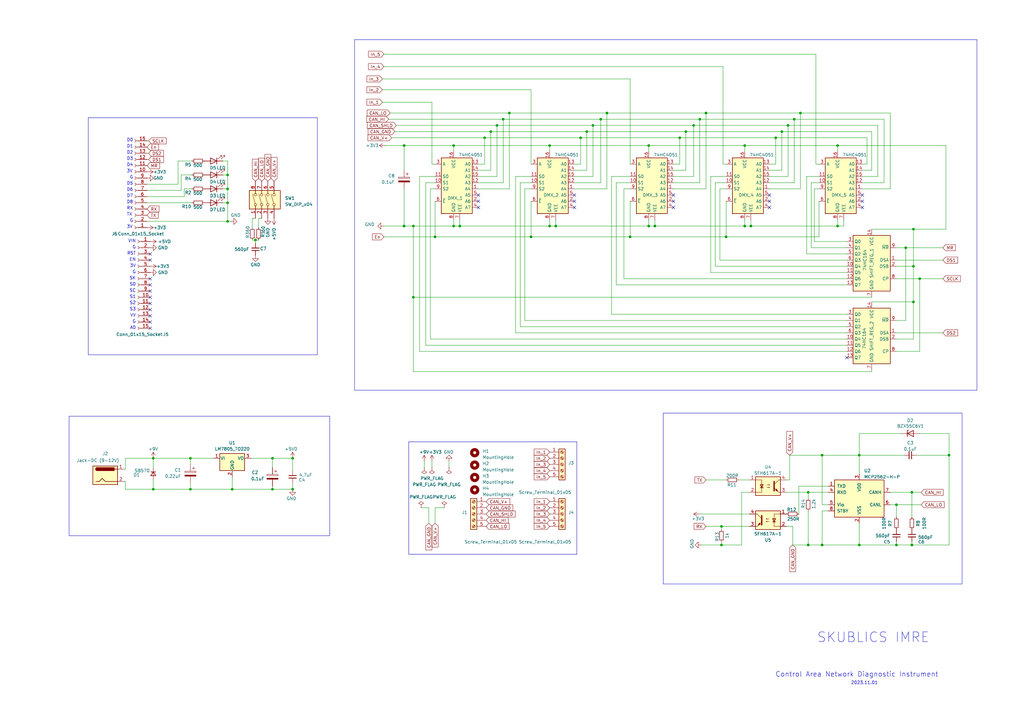
<source format=kicad_sch>
(kicad_sch (version 20230121) (generator eeschema)
  (paper "A3")
  (lib_symbols
    (symbol "74xx:74HC164"
      (property "Reference" "U" (at 1.905 -13.97 0))
      (property "Value" "74HC164" (at 1.905 -16.51 0))
      (symbol "74HC164_1_1"
        (pin input line (at -10.16 0 0) (length 2.54) (name "DSA") (number "1"))
        (pin output line (at 10.16 -2.54 180) (length 2.54) (name "Q4") (number "10"))
        (pin output line (at 10.16 -5.08 180) (length 2.54) (name "Q5") (number "11"))
        (pin output line (at 10.16 -7.62 180) (length 2.54) (name "Q6") (number "12"))
        (pin output line (at 10.16 -10.16 180) (length 2.54) (name "Q7") (number "13"))
        (pin power_in line (at 0 12.7 270) (length 2.54) (name "VCC") (number "14"))
        (pin input line (at -10.16 -2.54 0) (length 2.54) (name "DSB") (number "2"))
        (pin output line (at 10.16 7.62 180) (length 2.54) (name "Q0") (number "3"))
        (pin output line (at 10.16 5.08 180) (length 2.54) (name "Q1") (number "4"))
        (pin output line (at 10.16 2.54 180) (length 2.54) (name "Q2") (number "5"))
        (pin output line (at 10.16 0 180) (length 2.54) (name "Q3") (number "6"))
        (pin power_in line (at 0 -15.24 90) (length 2.54) (name "GND") (number "7"))
        (pin input line (at -10.16 -7.62 0) (length 2.54) (name "CP") (number "8"))
        (pin input line (at -10.16 5.08 0) (length 2.54) (name "~{MR}") (number "9"))
      )
    )
    (symbol "74xx:74HC4051"
      (property "Reference" "U" (at -5.08 11.43 0))
      (property "Value" "74HC4051" (at -7.62 -13.97 0))
      (symbol "74HC4051_1_1"
        (pin passive line (at 10.16 -2.54 180) (length 2.54) (name "A4") (number "1"))
        (pin input line (at -7.62 0 0) (length 2.54) (name "S1") (number "10"))
        (pin input line (at -7.62 2.54 0) (length 2.54) (name "S0") (number "11"))
        (pin passive line (at 10.16 0 180) (length 2.54) (name "A3") (number "12"))
        (pin passive line (at 10.16 7.62 180) (length 2.54) (name "A0") (number "13"))
        (pin passive line (at 10.16 5.08 180) (length 2.54) (name "A1") (number "14"))
        (pin passive line (at 10.16 2.54 180) (length 2.54) (name "A2") (number "15"))
        (pin power_in line (at 0 12.7 270) (length 2.54) (name "VCC") (number "16"))
        (pin passive line (at 10.16 -7.62 180) (length 2.54) (name "A6") (number "2"))
        (pin passive line (at -7.62 7.62 0) (length 2.54) (name "A") (number "3"))
        (pin passive line (at 10.16 -10.16 180) (length 2.54) (name "A7") (number "4"))
        (pin passive line (at 10.16 -5.08 180) (length 2.54) (name "A5") (number "5"))
        (pin input line (at -7.62 -7.62 0) (length 2.54) (name "~{E}") (number "6"))
        (pin power_in line (at 2.54 -15.24 90) (length 2.54) (name "VEE") (number "7"))
        (pin power_in line (at 0 -15.24 90) (length 2.54) (name "GND") (number "8"))
        (pin input line (at -7.62 -2.54 0) (length 2.54) (name "S2") (number "9"))
      )
    )
    (symbol "Connector:Conn_01x15_Socket" (pin_names (offset 1.016) hide)
      (property "Reference" "J" (at 0 20.32 0))
      (property "Value" "Conn_01x15_Socket" (at 0 -20.32 0))
      (symbol "Conn_01x15_Socket_1_1"
        (pin passive line (at -5.08 17.78 0) (length 3.81) (name "Pin_1") (number "1"))
        (pin passive line (at -5.08 -5.08 0) (length 3.81) (name "Pin_10") (number "10"))
        (pin passive line (at -5.08 -7.62 0) (length 3.81) (name "Pin_11") (number "11"))
        (pin passive line (at -5.08 -10.16 0) (length 3.81) (name "Pin_12") (number "12"))
        (pin passive line (at -5.08 -12.7 0) (length 3.81) (name "Pin_13") (number "13"))
        (pin passive line (at -5.08 -15.24 0) (length 3.81) (name "Pin_14") (number "14"))
        (pin passive line (at -5.08 -17.78 0) (length 3.81) (name "Pin_15") (number "15"))
        (pin passive line (at -5.08 15.24 0) (length 3.81) (name "Pin_2") (number "2"))
        (pin passive line (at -5.08 12.7 0) (length 3.81) (name "Pin_3") (number "3"))
        (pin passive line (at -5.08 10.16 0) (length 3.81) (name "Pin_4") (number "4"))
        (pin passive line (at -5.08 7.62 0) (length 3.81) (name "Pin_5") (number "5"))
        (pin passive line (at -5.08 5.08 0) (length 3.81) (name "Pin_6") (number "6"))
        (pin passive line (at -5.08 2.54 0) (length 3.81) (name "Pin_7") (number "7"))
        (pin passive line (at -5.08 0 0) (length 3.81) (name "Pin_8") (number "8"))
        (pin passive line (at -5.08 -2.54 0) (length 3.81) (name "Pin_9") (number "9"))
      )
    )
    (symbol "Connector:Jack-DC" (pin_names (offset 1.016))
      (property "Reference" "J" (at 0 5.334 0))
      (property "Value" "Jack-DC" (at 0 -5.08 0))
      (symbol "Jack-DC_1_1"
        (pin passive line (at 7.62 2.54 180) (length 2.54) (name "~") (number "1"))
        (pin passive line (at 7.62 -2.54 180) (length 2.54) (name "~") (number "2"))
      )
    )
    (symbol "Connector:Screw_Terminal_01x05" (pin_names (offset 1.016) hide)
      (property "Reference" "J" (at 0 7.62 0))
      (property "Value" "Screw_Terminal_01x05" (at 0 -7.62 0))
      (symbol "Screw_Terminal_01x05_1_1"
        (pin passive line (at -5.08 5.08 0) (length 3.81) (name "Pin_1") (number "1"))
        (pin passive line (at -5.08 2.54 0) (length 3.81) (name "Pin_2") (number "2"))
        (pin passive line (at -5.08 0 0) (length 3.81) (name "Pin_3") (number "3"))
        (pin passive line (at -5.08 -2.54 0) (length 3.81) (name "Pin_4") (number "4"))
        (pin passive line (at -5.08 -5.08 0) (length 3.81) (name "Pin_5") (number "5"))
      )
    )
    (symbol "Device:C_Polarized" (pin_numbers hide) (pin_names (offset 0.254))
      (property "Reference" "C" (at 0.635 2.54 0))
      (property "Value" "C_Polarized" (at 0.635 -2.54 0))
      (symbol "C_Polarized_1_1"
        (pin passive line (at 0 3.81 270) (length 2.794) (name "~") (number "1"))
        (pin passive line (at 0 -3.81 90) (length 2.794) (name "~") (number "2"))
      )
    )
    (symbol "Device:C_Small" (pin_numbers hide) (pin_names (offset 0.254) hide)
      (property "Reference" "C" (at 0.254 1.778 0))
      (property "Value" "C_Small" (at 0.254 -2.032 0))
      (symbol "C_Small_1_1"
        (pin passive line (at 0 2.54 270) (length 2.032) (name "~") (number "1"))
        (pin passive line (at 0 -2.54 90) (length 2.032) (name "~") (number "2"))
      )
    )
    (symbol "Device:D_Small" (pin_numbers hide) (pin_names (offset 0.254) hide)
      (property "Reference" "D" (at -1.27 2.032 0))
      (property "Value" "D_Small" (at -3.81 -2.032 0))
      (symbol "D_Small_1_1"
        (pin passive line (at -2.54 0 0) (length 1.778) (name "K") (number "1"))
        (pin passive line (at 2.54 0 180) (length 1.778) (name "A") (number "2"))
      )
    )
    (symbol "Device:D_Zener" (pin_numbers hide) (pin_names (offset 1.016) hide)
      (property "Reference" "D" (at 0 2.54 0))
      (property "Value" "D_Zener" (at 0 -2.54 0))
      (symbol "D_Zener_1_1"
        (pin passive line (at -3.81 0 0) (length 2.54) (name "K") (number "1"))
        (pin passive line (at 3.81 0 180) (length 2.54) (name "A") (number "2"))
      )
    )
    (symbol "Device:LED" (pin_numbers hide) (pin_names (offset 1.016) hide)
      (property "Reference" "D" (at 0 2.54 0))
      (property "Value" "LED" (at 0 -2.54 0))
      (symbol "LED_1_1"
        (pin passive line (at -3.81 0 0) (length 2.54) (name "K") (number "1"))
        (pin passive line (at 3.81 0 180) (length 2.54) (name "A") (number "2"))
      )
    )
    (symbol "Device:R_Small" (pin_numbers hide) (pin_names (offset 0.254) hide)
      (property "Reference" "R" (at 0.762 0.508 0))
      (property "Value" "R_Small" (at 0.762 -1.016 0))
      (symbol "R_Small_1_1"
        (pin passive line (at 0 2.54 270) (length 0.762) (name "~") (number "1"))
        (pin passive line (at 0 -2.54 90) (length 0.762) (name "~") (number "2"))
      )
    )
    (symbol "Interface_CAN_LIN:MCP2562-H-P" (pin_names (offset 1.016))
      (property "Reference" "U" (at -10.16 8.89 0))
      (property "Value" "MCP2562-H-P" (at 2.54 8.89 0))
      (symbol "MCP2562-H-P_1_1"
        (pin input line (at -12.7 5.08 0) (length 2.54) (name "TXD") (number "1"))
        (pin power_in line (at 0 -10.16 90) (length 2.54) (name "VSS") (number "2"))
        (pin power_in line (at 0 10.16 270) (length 2.54) (name "VDD") (number "3"))
        (pin output line (at -12.7 2.54 0) (length 2.54) (name "RXD") (number "4"))
        (pin power_in line (at -12.7 -2.54 0) (length 2.54) (name "Vio") (number "5"))
        (pin bidirectional line (at 12.7 -2.54 180) (length 2.54) (name "CANL") (number "6"))
        (pin bidirectional line (at 12.7 2.54 180) (length 2.54) (name "CANH") (number "7"))
        (pin input line (at -12.7 -5.08 0) (length 2.54) (name "STBY") (number "8"))
      )
    )
    (symbol "Isolator:SFH617A-1" (pin_names (offset 1.016))
      (property "Reference" "U" (at -5.08 5.08 0))
      (property "Value" "SFH617A-1" (at 0 5.08 0))
      (symbol "SFH617A-1_1_1"
        (pin passive line (at -7.62 2.54 0) (length 2.54) (name "~") (number "1"))
        (pin passive line (at -7.62 -2.54 0) (length 2.54) (name "~") (number "2"))
        (pin passive line (at 7.62 -2.54 180) (length 2.54) (name "~") (number "3"))
        (pin passive line (at 7.62 2.54 180) (length 2.54) (name "~") (number "4"))
      )
    )
    (symbol "Mechanical:MountingHole" (pin_names (offset 1.016))
      (property "Reference" "H" (at 0 5.08 0))
      (property "Value" "MountingHole" (at 0 3.175 0))
    )
    (symbol "Regulator_Linear:LM7805_TO220" (pin_names (offset 0.254))
      (property "Reference" "U" (at -3.81 3.175 0))
      (property "Value" "LM7805_TO220" (at 0 3.175 0))
      (symbol "LM7805_TO220_1_1"
        (pin power_in line (at -7.62 0 0) (length 2.54) (name "VI") (number "1"))
        (pin power_in line (at 0 -7.62 90) (length 2.54) (name "GND") (number "2"))
        (pin power_out line (at 7.62 0 180) (length 2.54) (name "VO") (number "3"))
      )
    )
    (symbol "Switch:SW_DIP_x04" (pin_names (offset 0) hide)
      (property "Reference" "SW" (at 0 8.89 0))
      (property "Value" "SW_DIP_x04" (at 0 -6.35 0))
      (symbol "SW_DIP_x04_1_1"
        (pin passive line (at -7.62 5.08 0) (length 5.08) (name "~") (number "1"))
        (pin passive line (at -7.62 2.54 0) (length 5.08) (name "~") (number "2"))
        (pin passive line (at -7.62 0 0) (length 5.08) (name "~") (number "3"))
        (pin passive line (at -7.62 -2.54 0) (length 5.08) (name "~") (number "4"))
        (pin passive line (at 7.62 -2.54 180) (length 5.08) (name "~") (number "5"))
        (pin passive line (at 7.62 0 180) (length 5.08) (name "~") (number "6"))
        (pin passive line (at 7.62 2.54 180) (length 5.08) (name "~") (number "7"))
        (pin passive line (at 7.62 5.08 180) (length 5.08) (name "~") (number "8"))
      )
    )
    (symbol "power:+3V3" (power) (pin_names (offset 0))
      (property "Value" "+3V3" (at 0 3.556 0))
      (symbol "+3V3_1_1"
        (pin power_in line (at 0 0 90) (length 0) hide (name "+3V3") (number "1"))
      )
    )
    (symbol "power:+5VD" (power) (pin_names (offset 0))
      (property "Value" "+5VD" (at 0 3.556 0))
      (symbol "+5VD_1_1"
        (pin power_in line (at 0 0 90) (length 0) hide (name "+5VD") (number "1"))
      )
    )
    (symbol "power:+9V" (power) (pin_names (offset 0))
      (property "Value" "+9V" (at 0 3.556 0))
      (symbol "+9V_1_1"
        (pin power_in line (at 0 0 90) (length 0) hide (name "+9V") (number "1"))
      )
    )
    (symbol "power:GND" (power) (pin_names (offset 0))
      (property "Value" "GND" (at 0 -3.81 0))
      (symbol "GND_1_1"
        (pin power_in line (at 0 0 270) (length 0) hide (name "GND") (number "1"))
      )
    )
    (symbol "power:PWR_FLAG" (power) (pin_numbers hide) (pin_names (offset 0) hide)
      (property "Value" "PWR_FLAG" (at 0 3.81 0))
      (symbol "PWR_FLAG_0_0"
        (pin power_out line (at 0 0 90) (length 0) (name "pwr") (number "1"))
      )
    )
  )
  (junction (at 188.595 92.71))
  (junction (at 165.735 92.71))
  (junction (at 78.105 187.96))
  (junction (at 374.015 201.93))
  (junction (at 389.255 186.69))
  (junction (at 367.665 207.01))
  (junction (at 374.65 123.825))
  (junction (at 318.135 56.515))
  (junction (at 287.02 48.895))
  (junction (at 374.015 223.52))
  (junction (at 243.205 51.435))
  (junction (at 278.765 56.515))
  (junction (at 323.215 51.435))
  (junction (at 343.535 59.69))
  (junction (at 217.805 97.155))
  (junction (at 352.425 223.52))
  (junction (at 352.425 186.69))
  (junction (at 337.185 223.52))
  (junction (at 208.915 46.355))
  (junction (at 305.435 92.71))
  (junction (at 111.76 187.96))
  (junction (at 281.305 53.975))
  (junction (at 165.735 59.69))
  (junction (at 225.425 92.71))
  (junction (at 331.47 223.52))
  (junction (at 169.545 121.92))
  (junction (at 186.055 59.69))
  (junction (at 246.38 48.895))
  (junction (at 95.25 200.66))
  (junction (at 320.675 53.975))
  (junction (at 297.815 97.155))
  (junction (at 120.015 200.66))
  (junction (at 268.605 92.71))
  (junction (at 258.445 97.155))
  (junction (at 305.435 59.69))
  (junction (at 93.345 71.755))
  (junction (at 374.65 109.22))
  (junction (at 266.065 59.69))
  (junction (at 120.015 187.96))
  (junction (at 325.755 48.895))
  (junction (at 295.91 215.9))
  (junction (at 93.345 77.47))
  (junction (at 111.76 200.66))
  (junction (at 198.755 56.515))
  (junction (at 227.965 92.71))
  (junction (at 284.48 51.435))
  (junction (at 367.665 223.52))
  (junction (at 337.185 186.69))
  (junction (at 266.065 92.71))
  (junction (at 93.345 90.805))
  (junction (at 104.775 98.425))
  (junction (at 343.535 92.71))
  (junction (at 238.125 56.515))
  (junction (at 374.65 93.98))
  (junction (at 371.475 101.6))
  (junction (at 295.91 223.52))
  (junction (at 201.295 53.975))
  (junction (at 248.92 46.355))
  (junction (at 289.56 46.355))
  (junction (at 377.19 114.3))
  (junction (at 240.665 53.975))
  (junction (at 186.055 92.71))
  (junction (at 169.545 92.71))
  (junction (at 328.295 46.355))
  (junction (at 225.425 59.69))
  (junction (at 307.975 92.71))
  (junction (at 62.865 200.66))
  (junction (at 62.865 187.96))
  (junction (at 206.375 48.895))
  (junction (at 78.105 200.66))
  (junction (at 331.47 201.93))
  (junction (at 93.345 83.185))
  (junction (at 178.435 97.155))
  (junction (at 203.835 51.435))
  (no_connect (at 61.595 114.3))
  (no_connect (at 61.595 129.54))
  (no_connect (at 235.585 82.55))
  (no_connect (at 276.225 82.55))
  (no_connect (at 196.215 85.09))
  (no_connect (at 353.695 80.01))
  (no_connect (at 61.595 104.14))
  (no_connect (at 347.345 146.685))
  (no_connect (at 61.595 127))
  (no_connect (at 196.215 80.01))
  (no_connect (at 315.595 82.55))
  (no_connect (at 61.595 121.92))
  (no_connect (at 235.585 85.09))
  (no_connect (at 315.595 85.09))
  (no_connect (at 353.695 85.09))
  (no_connect (at 61.595 116.84))
  (no_connect (at 276.225 80.01))
  (no_connect (at 61.595 132.08))
  (no_connect (at 235.585 80.01))
  (no_connect (at 315.595 80.01))
  (no_connect (at 61.595 134.62))
  (no_connect (at 196.215 82.55))
  (no_connect (at 61.595 119.38))
  (no_connect (at 353.695 82.55))
  (no_connect (at 61.595 106.68))
  (no_connect (at 276.225 85.09))
  (no_connect (at 61.595 124.46))
  (wire (pts (xy 252.73 116.84) (xy 252.73 74.93)))
  (wire (pts (xy 322.58 196.85) (xy 323.85 196.85)))
  (wire (pts (xy 287.02 210.82) (xy 307.34 210.82)))
  (wire (pts (xy 377.19 144.145) (xy 377.19 114.3)))
  (wire (pts (xy 213.36 133.985) (xy 347.345 133.985)))
  (wire (pts (xy 289.56 196.85) (xy 297.815 196.85)))
  (wire (pts (xy 120.015 198.12) (xy 120.015 200.66)))
  (wire (pts (xy 374.65 139.065) (xy 374.65 123.825)))
  (wire (pts (xy 291.465 111.76) (xy 291.465 72.39)))
  (wire (pts (xy 371.475 131.445) (xy 371.475 101.6)))
  (wire (pts (xy 278.765 67.31) (xy 278.765 56.515)))
  (wire (pts (xy 367.665 131.445) (xy 371.475 131.445)))
  (wire (pts (xy 178.435 82.55) (xy 178.435 97.155)))
  (wire (pts (xy 106.045 89.535) (xy 107.315 89.535)))
  (wire (pts (xy 258.445 32.385) (xy 258.445 67.31)))
  (wire (pts (xy 343.535 92.71) (xy 346.075 92.71)))
  (wire (pts (xy 60.96 62.865) (xy 60.325 62.865)))
  (wire (pts (xy 60.96 65.405) (xy 60.325 65.405)))
  (wire (pts (xy 375.92 186.69) (xy 389.255 186.69)))
  (wire (pts (xy 330.835 72.39) (xy 330.835 104.14)))
  (wire (pts (xy 102.87 187.96) (xy 111.76 187.96)))
  (wire (pts (xy 91.44 66.04) (xy 93.345 66.04)))
  (wire (pts (xy 169.545 152.4) (xy 169.545 121.92)))
  (wire (pts (xy 240.665 69.85) (xy 240.665 53.975)))
  (wire (pts (xy 91.44 71.755) (xy 93.345 71.755)))
  (wire (pts (xy 258.445 77.47) (xy 255.905 77.47)))
  (wire (pts (xy 287.655 223.52) (xy 295.91 223.52)))
  (wire (pts (xy 186.055 59.69) (xy 225.425 59.69)))
  (wire (pts (xy 159.385 48.895) (xy 206.375 48.895)))
  (wire (pts (xy 347.345 136.525) (xy 211.455 136.525)))
  (wire (pts (xy 258.445 72.39) (xy 250.825 72.39)))
  (wire (pts (xy 374.015 223.52) (xy 367.665 223.52)))
  (wire (pts (xy 389.255 186.69) (xy 389.255 223.52)))
  (wire (pts (xy 367.665 207.01) (xy 377.825 207.01)))
  (wire (pts (xy 178.435 208.28) (xy 182.245 208.28)))
  (wire (pts (xy 60.325 83.185) (xy 78.74 83.185)))
  (wire (pts (xy 335.915 97.155) (xy 335.915 82.55)))
  (wire (pts (xy 276.225 67.31) (xy 278.765 67.31)))
  (wire (pts (xy 93.345 77.47) (xy 93.345 83.185)))
  (wire (pts (xy 103.505 89.535) (xy 104.775 89.535)))
  (wire (pts (xy 243.205 51.435) (xy 284.48 51.435)))
  (wire (pts (xy 315.595 69.85) (xy 320.675 69.85)))
  (wire (pts (xy 73.025 75.565) (xy 73.025 66.04)))
  (wire (pts (xy 227.965 92.71) (xy 266.065 92.71)))
  (wire (pts (xy 365.125 46.355) (xy 328.295 46.355)))
  (wire (pts (xy 176.53 77.47) (xy 178.435 77.47)))
  (wire (pts (xy 325.755 74.93) (xy 325.755 48.895)))
  (wire (pts (xy 217.805 97.155) (xy 258.445 97.155)))
  (wire (pts (xy 75.565 77.47) (xy 78.74 77.47)))
  (wire (pts (xy 78.105 187.96) (xy 87.63 187.96)))
  (wire (pts (xy 315.595 74.93) (xy 325.755 74.93)))
  (wire (pts (xy 339.725 201.93) (xy 331.47 201.93)))
  (wire (pts (xy 337.185 186.69) (xy 352.425 186.69)))
  (wire (pts (xy 377.19 177.8) (xy 389.255 177.8)))
  (wire (pts (xy 374.65 123.825) (xy 374.65 109.22)))
  (wire (pts (xy 353.695 72.39) (xy 360.045 72.39)))
  (wire (pts (xy 238.125 67.31) (xy 238.125 56.515)))
  (wire (pts (xy 206.375 74.93) (xy 206.375 48.895)))
  (wire (pts (xy 161.925 53.975) (xy 201.295 53.975)))
  (wire (pts (xy 289.56 77.47) (xy 289.56 46.355)))
  (wire (pts (xy 95.25 200.66) (xy 111.76 200.66)))
  (wire (pts (xy 196.215 67.31) (xy 198.755 67.31)))
  (wire (pts (xy 203.835 72.39) (xy 203.835 51.435)))
  (wire (pts (xy 331.47 223.52) (xy 337.185 223.52)))
  (wire (pts (xy 278.765 56.515) (xy 318.135 56.515)))
  (wire (pts (xy 169.545 121.92) (xy 357.505 121.92)))
  (wire (pts (xy 352.425 186.69) (xy 370.84 186.69)))
  (wire (pts (xy 362.585 48.895) (xy 362.585 74.93)))
  (wire (pts (xy 156.845 32.385) (xy 258.445 32.385)))
  (wire (pts (xy 289.56 215.9) (xy 295.91 215.9)))
  (wire (pts (xy 217.805 82.55) (xy 217.805 97.155)))
  (wire (pts (xy 73.025 66.04) (xy 78.74 66.04)))
  (wire (pts (xy 176.53 139.065) (xy 176.53 77.47)))
  (wire (pts (xy 243.205 72.39) (xy 243.205 51.435)))
  (wire (pts (xy 335.915 74.93) (xy 332.74 74.93)))
  (wire (pts (xy 347.345 144.145) (xy 172.085 144.145)))
  (wire (pts (xy 160.02 46.355) (xy 208.915 46.355)))
  (wire (pts (xy 386.715 136.525) (xy 367.665 136.525)))
  (wire (pts (xy 327.66 199.39) (xy 339.725 199.39)))
  (wire (pts (xy 276.225 77.47) (xy 289.56 77.47)))
  (wire (pts (xy 360.045 51.435) (xy 323.215 51.435)))
  (wire (pts (xy 315.595 77.47) (xy 328.295 77.47)))
  (wire (pts (xy 255.905 114.3) (xy 347.345 114.3)))
  (wire (pts (xy 51.435 197.485) (xy 51.435 200.66)))
  (wire (pts (xy 50.8 192.405) (xy 51.435 192.405)))
  (wire (pts (xy 213.36 74.93) (xy 213.36 133.985)))
  (wire (pts (xy 177.165 189.23) (xy 177.165 191.77)))
  (wire (pts (xy 331.47 204.47) (xy 331.47 201.93)))
  (wire (pts (xy 215.265 131.445) (xy 215.265 77.47)))
  (wire (pts (xy 104.775 98.425) (xy 106.045 98.425)))
  (wire (pts (xy 374.015 222.25) (xy 374.015 223.52)))
  (wire (pts (xy 334.645 67.31) (xy 335.915 67.31)))
  (wire (pts (xy 325.755 48.895) (xy 362.585 48.895)))
  (wire (pts (xy 93.345 71.755) (xy 93.345 77.47)))
  (wire (pts (xy 177.165 67.31) (xy 178.435 67.31)))
  (wire (pts (xy 178.435 214.63) (xy 178.435 208.28)))
  (wire (pts (xy 201.295 53.975) (xy 240.665 53.975)))
  (wire (pts (xy 347.345 116.84) (xy 252.73 116.84)))
  (wire (pts (xy 284.48 51.435) (xy 323.215 51.435)))
  (wire (pts (xy 62.865 191.77) (xy 62.865 187.96)))
  (wire (pts (xy 295.91 215.9) (xy 295.91 217.17)))
  (wire (pts (xy 347.345 139.065) (xy 176.53 139.065)))
  (wire (pts (xy 352.425 177.8) (xy 352.425 186.69)))
  (wire (pts (xy 225.425 90.17) (xy 225.425 92.71)))
  (wire (pts (xy 297.815 74.93) (xy 293.37 74.93)))
  (wire (pts (xy 165.735 59.69) (xy 186.055 59.69)))
  (wire (pts (xy 111.76 200.66) (xy 111.76 199.39)))
  (wire (pts (xy 331.47 201.93) (xy 322.58 201.93)))
  (wire (pts (xy 62.865 187.96) (xy 78.105 187.96)))
  (wire (pts (xy 365.125 201.93) (xy 374.015 201.93)))
  (wire (pts (xy 355.6 56.515) (xy 355.6 67.31)))
  (wire (pts (xy 208.915 46.355) (xy 248.92 46.355)))
  (wire (pts (xy 295.275 77.47) (xy 297.815 77.47)))
  (wire (pts (xy 334.01 77.47) (xy 335.915 77.47)))
  (wire (pts (xy 103.505 93.345) (xy 103.505 89.535)))
  (wire (pts (xy 177.165 41.91) (xy 177.165 67.31)))
  (wire (pts (xy 343.535 59.69) (xy 343.535 62.23)))
  (wire (pts (xy 235.585 74.93) (xy 246.38 74.93)))
  (wire (pts (xy 337.185 207.01) (xy 337.185 186.69)))
  (wire (pts (xy 227.965 90.17) (xy 227.965 92.71)))
  (wire (pts (xy 174.625 74.93) (xy 174.625 141.605)))
  (wire (pts (xy 157.48 27.305) (xy 296.545 27.305)))
  (wire (pts (xy 343.535 90.17) (xy 343.535 92.71)))
  (wire (pts (xy 287.02 48.895) (xy 325.755 48.895)))
  (wire (pts (xy 357.505 69.85) (xy 353.695 69.85)))
  (wire (pts (xy 111.76 187.96) (xy 111.76 191.77)))
  (wire (pts (xy 304.165 201.93) (xy 304.165 223.52)))
  (wire (pts (xy 169.545 92.71) (xy 186.055 92.71)))
  (wire (pts (xy 334.645 22.225) (xy 334.645 67.31)))
  (wire (pts (xy 357.505 53.975) (xy 357.505 69.85)))
  (wire (pts (xy 268.605 90.17) (xy 268.605 92.71)))
  (wire (pts (xy 295.91 223.52) (xy 304.165 223.52)))
  (wire (pts (xy 169.545 121.92) (xy 169.545 92.71)))
  (wire (pts (xy 78.105 187.96) (xy 78.105 190.5)))
  (wire (pts (xy 201.295 69.85) (xy 201.295 53.975)))
  (wire (pts (xy 374.015 201.93) (xy 377.825 201.93)))
  (wire (pts (xy 235.585 69.85) (xy 240.665 69.85)))
  (wire (pts (xy 74.295 71.755) (xy 78.74 71.755)))
  (wire (pts (xy 289.56 46.355) (xy 328.295 46.355)))
  (wire (pts (xy 62.865 200.66) (xy 51.435 200.66)))
  (wire (pts (xy 387.985 93.98) (xy 387.985 59.69)))
  (wire (pts (xy 188.595 92.71) (xy 225.425 92.71)))
  (wire (pts (xy 332.74 74.93) (xy 332.74 101.6)))
  (wire (pts (xy 302.895 196.85) (xy 307.34 196.85)))
  (wire (pts (xy 74.295 78.105) (xy 74.295 71.755)))
  (wire (pts (xy 248.92 46.355) (xy 289.56 46.355)))
  (wire (pts (xy 276.225 72.39) (xy 284.48 72.39)))
  (wire (pts (xy 186.055 92.71) (xy 188.595 92.71)))
  (wire (pts (xy 157.48 92.71) (xy 165.735 92.71)))
  (wire (pts (xy 367.665 144.145) (xy 377.19 144.145)))
  (wire (pts (xy 287.02 74.93) (xy 287.02 48.895)))
  (wire (pts (xy 337.185 223.52) (xy 352.425 223.52)))
  (wire (pts (xy 307.34 201.93) (xy 304.165 201.93)))
  (wire (pts (xy 323.215 51.435) (xy 323.215 72.39)))
  (wire (pts (xy 156.845 36.83) (xy 217.805 36.83)))
  (wire (pts (xy 172.085 72.39) (xy 178.435 72.39)))
  (wire (pts (xy 258.445 97.155) (xy 297.815 97.155)))
  (wire (pts (xy 293.37 109.22) (xy 347.345 109.22)))
  (wire (pts (xy 252.73 74.93) (xy 258.445 74.93)))
  (wire (pts (xy 276.225 74.93) (xy 287.02 74.93)))
  (wire (pts (xy 386.715 106.68) (xy 367.665 106.68)))
  (wire (pts (xy 315.595 67.31) (xy 318.135 67.31)))
  (wire (pts (xy 331.47 209.55) (xy 331.47 223.52)))
  (wire (pts (xy 389.255 177.8) (xy 389.255 186.69)))
  (wire (pts (xy 305.435 59.69) (xy 305.435 62.23)))
  (wire (pts (xy 188.595 90.17) (xy 188.595 92.71)))
  (wire (pts (xy 60.325 80.645) (xy 75.565 80.645)))
  (wire (pts (xy 172.085 144.145) (xy 172.085 72.39)))
  (wire (pts (xy 371.475 101.6) (xy 367.665 101.6)))
  (wire (pts (xy 347.345 106.68) (xy 295.275 106.68)))
  (wire (pts (xy 323.85 196.85) (xy 323.85 186.69)))
  (wire (pts (xy 95.25 195.58) (xy 95.25 200.66)))
  (wire (pts (xy 60.325 78.105) (xy 74.295 78.105)))
  (wire (pts (xy 318.135 56.515) (xy 318.135 67.31)))
  (wire (pts (xy 352.425 186.69) (xy 352.425 194.31)))
  (wire (pts (xy 196.215 72.39) (xy 203.835 72.39)))
  (wire (pts (xy 78.105 200.66) (xy 78.105 198.12)))
  (wire (pts (xy 196.215 74.93) (xy 206.375 74.93)))
  (wire (pts (xy 293.37 74.93) (xy 293.37 109.22)))
  (wire (pts (xy 347.345 99.06) (xy 334.01 99.06)))
  (wire (pts (xy 347.345 111.76) (xy 291.465 111.76)))
  (wire (pts (xy 355.6 67.31) (xy 353.695 67.31)))
  (wire (pts (xy 374.015 201.93) (xy 374.015 212.09)))
  (wire (pts (xy 211.455 136.525) (xy 211.455 72.39)))
  (wire (pts (xy 258.445 82.55) (xy 258.445 97.155)))
  (wire (pts (xy 225.425 92.71) (xy 227.965 92.71)))
  (wire (pts (xy 225.425 59.69) (xy 266.065 59.69)))
  (wire (pts (xy 158.115 59.69) (xy 165.735 59.69)))
  (wire (pts (xy 320.675 69.85) (xy 320.675 53.975)))
  (wire (pts (xy 235.585 67.31) (xy 238.125 67.31)))
  (wire (pts (xy 307.975 90.17) (xy 307.975 92.71)))
  (wire (pts (xy 330.835 104.14) (xy 347.345 104.14)))
  (wire (pts (xy 246.38 48.895) (xy 287.02 48.895)))
  (wire (pts (xy 357.505 152.4) (xy 169.545 152.4)))
  (wire (pts (xy 178.435 74.93) (xy 174.625 74.93)))
  (wire (pts (xy 281.305 69.85) (xy 281.305 53.975)))
  (wire (pts (xy 377.19 114.3) (xy 367.665 114.3)))
  (wire (pts (xy 297.815 82.55) (xy 297.815 97.155)))
  (wire (pts (xy 235.585 72.39) (xy 243.205 72.39)))
  (wire (pts (xy 60.325 75.565) (xy 73.025 75.565)))
  (wire (pts (xy 217.805 74.93) (xy 213.36 74.93)))
  (wire (pts (xy 103.505 98.425) (xy 104.775 98.425)))
  (wire (pts (xy 367.665 207.01) (xy 367.665 212.09)))
  (wire (pts (xy 323.85 186.69) (xy 337.185 186.69)))
  (wire (pts (xy 225.425 59.69) (xy 225.425 62.23)))
  (wire (pts (xy 296.545 67.31) (xy 297.815 67.31)))
  (wire (pts (xy 281.305 53.975) (xy 320.675 53.975)))
  (wire (pts (xy 266.065 90.17) (xy 266.065 92.71)))
  (wire (pts (xy 104.775 99.695) (xy 104.775 98.425)))
  (wire (pts (xy 386.715 101.6) (xy 371.475 101.6)))
  (wire (pts (xy 305.435 59.69) (xy 343.535 59.69)))
  (wire (pts (xy 386.715 114.3) (xy 377.19 114.3)))
  (wire (pts (xy 335.915 72.39) (xy 330.835 72.39)))
  (wire (pts (xy 266.065 59.69) (xy 305.435 59.69)))
  (wire (pts (xy 334.01 99.06) (xy 334.01 77.47)))
  (wire (pts (xy 238.125 56.515) (xy 278.765 56.515)))
  (wire (pts (xy 215.265 77.47) (xy 217.805 77.47)))
  (wire (pts (xy 374.65 93.98) (xy 357.505 93.98)))
  (wire (pts (xy 315.595 72.39) (xy 323.215 72.39)))
  (wire (pts (xy 362.585 74.93) (xy 353.695 74.93)))
  (wire (pts (xy 196.215 77.47) (xy 208.915 77.47)))
  (wire (pts (xy 203.835 51.435) (xy 243.205 51.435)))
  (wire (pts (xy 305.435 90.17) (xy 305.435 92.71)))
  (wire (pts (xy 352.425 223.52) (xy 352.425 214.63)))
  (wire (pts (xy 217.805 36.83) (xy 217.805 67.31)))
  (wire (pts (xy 206.375 48.895) (xy 246.38 48.895)))
  (wire (pts (xy 211.455 72.39) (xy 217.805 72.39)))
  (wire (pts (xy 357.505 123.825) (xy 374.65 123.825)))
  (wire (pts (xy 165.735 59.69) (xy 165.735 69.85)))
  (wire (pts (xy 75.565 80.645) (xy 75.565 77.47)))
  (wire (pts (xy 157.48 22.225) (xy 334.645 22.225)))
  (wire (pts (xy 208.915 77.47) (xy 208.915 46.355)))
  (wire (pts (xy 93.345 83.185) (xy 91.44 83.185)))
  (wire (pts (xy 240.665 53.975) (xy 281.305 53.975)))
  (wire (pts (xy 346.075 92.71) (xy 346.075 90.17)))
  (wire (pts (xy 325.12 215.9) (xy 325.12 223.52)))
  (wire (pts (xy 328.295 77.47) (xy 328.295 46.355)))
  (wire (pts (xy 186.055 59.69) (xy 186.055 62.23)))
  (wire (pts (xy 120.015 200.66) (xy 111.76 200.66)))
  (wire (pts (xy 174.625 141.605) (xy 347.345 141.605)))
  (wire (pts (xy 60.96 57.785) (xy 60.325 57.785)))
  (wire (pts (xy 91.44 77.47) (xy 93.345 77.47)))
  (wire (pts (xy 165.735 92.71) (xy 169.545 92.71)))
  (wire (pts (xy 305.435 92.71) (xy 307.975 92.71)))
  (wire (pts (xy 365.125 77.47) (xy 365.125 46.355)))
  (wire (pts (xy 339.725 207.01) (xy 337.185 207.01)))
  (wire (pts (xy 165.735 77.47) (xy 165.735 92.71)))
  (wire (pts (xy 78.105 200.66) (xy 95.25 200.66)))
  (wire (pts (xy 284.48 72.39) (xy 284.48 51.435)))
  (wire (pts (xy 235.585 77.47) (xy 248.92 77.47)))
  (wire (pts (xy 51.435 197.485) (xy 50.8 197.485)))
  (wire (pts (xy 318.135 56.515) (xy 355.6 56.515)))
  (wire (pts (xy 297.815 97.155) (xy 335.915 97.155)))
  (wire (pts (xy 178.435 97.155) (xy 217.805 97.155)))
  (wire (pts (xy 106.045 93.345) (xy 106.045 89.535)))
  (wire (pts (xy 62.865 196.85) (xy 62.865 200.66)))
  (wire (pts (xy 332.74 101.6) (xy 347.345 101.6)))
  (wire (pts (xy 339.725 209.55) (xy 337.185 209.55)))
  (wire (pts (xy 156.845 41.91) (xy 177.165 41.91)))
  (wire (pts (xy 325.12 223.52) (xy 331.47 223.52)))
  (wire (pts (xy 296.545 27.305) (xy 296.545 67.31)))
  (wire (pts (xy 173.99 189.23) (xy 173.99 191.77)))
  (wire (pts (xy 255.905 77.47) (xy 255.905 114.3)))
  (wire (pts (xy 295.91 215.9) (xy 307.34 215.9)))
  (wire (pts (xy 93.345 90.805) (xy 94.615 90.805)))
  (wire (pts (xy 327.66 210.82) (xy 327.66 199.39)))
  (wire (pts (xy 295.275 106.68) (xy 295.275 77.47)))
  (wire (pts (xy 198.755 56.515) (xy 238.125 56.515)))
  (wire (pts (xy 266.065 59.69) (xy 266.065 62.23)))
  (wire (pts (xy 276.225 69.85) (xy 281.305 69.85)))
  (wire (pts (xy 160.655 56.515) (xy 198.755 56.515)))
  (wire (pts (xy 347.345 131.445) (xy 215.265 131.445)))
  (wire (pts (xy 250.825 72.39) (xy 250.825 128.905)))
  (wire (pts (xy 353.695 77.47) (xy 365.125 77.47)))
  (wire (pts (xy 367.665 139.065) (xy 374.65 139.065)))
  (wire (pts (xy 367.665 109.22) (xy 374.65 109.22)))
  (wire (pts (xy 78.105 200.66) (xy 62.865 200.66)))
  (wire (pts (xy 389.255 223.52) (xy 374.015 223.52)))
  (wire (pts (xy 186.055 90.17) (xy 186.055 92.71)))
  (wire (pts (xy 184.15 191.77) (xy 184.15 189.23)))
  (wire (pts (xy 60.325 90.805) (xy 93.345 90.805)))
  (wire (pts (xy 198.755 67.31) (xy 198.755 56.515)))
  (wire (pts (xy 360.045 72.39) (xy 360.045 51.435)))
  (wire (pts (xy 248.92 77.47) (xy 248.92 46.355)))
  (wire (pts (xy 175.895 214.63) (xy 175.895 208.28)))
  (wire (pts (xy 367.665 222.25) (xy 367.665 223.52)))
  (wire (pts (xy 387.985 59.69) (xy 343.535 59.69)))
  (wire (pts (xy 120.015 187.96) (xy 120.015 193.04)))
  (wire (pts (xy 387.985 93.98) (xy 374.65 93.98)))
  (wire (pts (xy 352.425 223.52) (xy 367.665 223.52)))
  (wire (pts (xy 322.58 215.9) (xy 325.12 215.9)))
  (wire (pts (xy 246.38 74.93) (xy 246.38 48.895)))
  (wire (pts (xy 320.675 53.975) (xy 357.505 53.975)))
  (wire (pts (xy 307.975 92.71) (xy 343.535 92.71)))
  (wire (pts (xy 196.215 69.85) (xy 201.295 69.85)))
  (wire (pts (xy 51.435 192.405) (xy 51.435 187.96)))
  (wire (pts (xy 295.91 222.25) (xy 295.91 223.52)))
  (wire (pts (xy 51.435 187.96) (xy 62.865 187.96)))
  (wire (pts (xy 93.345 66.04) (xy 93.345 71.755)))
  (wire (pts (xy 250.825 128.905) (xy 347.345 128.905)))
  (wire (pts (xy 157.48 97.155) (xy 178.435 97.155)))
  (wire (pts (xy 266.065 92.71) (xy 268.605 92.71)))
  (wire (pts (xy 365.125 207.01) (xy 367.665 207.01)))
  (wire (pts (xy 175.895 208.28) (xy 172.72 208.28)))
  (wire (pts (xy 120.015 187.96) (xy 111.76 187.96)))
  (wire (pts (xy 93.345 83.185) (xy 93.345 90.805)))
  (wire (pts (xy 374.65 109.22) (xy 374.65 93.98)))
  (wire (pts (xy 337.185 209.55) (xy 337.185 223.52)))
  (wire (pts (xy 369.57 177.8) (xy 352.425 177.8)))
  (wire (pts (xy 268.605 92.71) (xy 305.435 92.71)))
  (wire (pts (xy 357.505 152.4) (xy 357.505 151.765)))
  (wire (pts (xy 162.56 51.435) (xy 203.835 51.435)))
  (wire (pts (xy 291.465 72.39) (xy 297.815 72.39)))
  (rectangle (start 36.195 48.26) (end 130.175 145.542))
  (rectangle (start 28.321 170.688) (end 135.255 219.71))
  (rectangle (start 272.034 169.418) (end 394.589 239.522))
  (rectangle (start 167.64 181.229) (end 236.601 227.33))
  (rectangle (start 145.415 16.256) (end 400.685 160.02))
  (text "D6" (at 51.943 78.613 0) (effects (font (size 1.27 1.27)) (justify left bottom)))
  (text "D8" (at 51.943 83.693 0) (effects (font (size 1.27 1.27)) (justify left bottom)))
  (text "D3" (at 51.943 65.913 0) (effects (font (size 1.27 1.27)) (justify left bottom)))
  (text "3V" (at 55.753 109.855 0) (effects (font (size 1.27 1.27)) (justify right bottom)))
  (text "3V" (at 51.943 70.993 0) (effects (font (size 1.27 1.27)) (justify left bottom)))
  (text "S2" (at 55.753 125.095 0) (effects (font (size 1.27 1.27)) (justify right bottom)))
  (text "VV" (at 55.753 130.175 0) (effects (font (size 1.27 1.27)) (justify right bottom)))
  (text "D1" (at 51.943 60.833 0) (effects (font (size 1.27 1.27)) (justify left bottom)))
  (text "G" (at 55.753 112.395 0) (effects (font (size 1.27 1.27)) (justify right bottom)))
  (text "D0" (at 51.943 58.293 0) (effects (font (size 1.27 1.27)) (justify left bottom)))
  (text "D7" (at 51.943 81.153 0) (effects (font (size 1.27 1.27)) (justify left bottom)))
  (text "Controller Area Network Diagnostic Instrument [CANDI]" (at 1078.23 821.69 0) (effects (font (size 1.57 1.57)) (justify left bottom)))
  (text "VIN" (at 55.753 99.695 0) (effects (font (size 1.27 1.27)) (justify right bottom)))
  (text "G" (at 55.753 102.235 0) (effects (font (size 1.27 1.27)) (justify right bottom)))
  (text "S3" (at 55.753 127.635 0) (effects (font (size 1.27 1.27)) (justify right bottom)))
  (text "3V" (at 51.943 93.853 0) (effects (font (size 1.27 1.27)) (justify left bottom)))
  (text "SK" (at 55.753 114.935 0) (effects (font (size 1.27 1.27)) (justify right bottom)))
  (text "RX" (at 51.943 86.233 0) (effects (font (size 1.27 1.27)) (justify left bottom)))
  (text "G" (at 53.213 91.313 0) (effects (font (size 1.27 1.27)) (justify left bottom)))
  (text "TX" (at 51.943 88.773 0) (effects (font (size 1.27 1.27)) (justify left bottom)))
  (text "SKUBLICS IMRE" (at 335.026 263.906 0) (effects (font (size 4 4)) (justify left bottom)))
  (text "Control Area Network Diagnostic Instrument" (at 318.008 277.876 0) (effects (font (size 2 2)) (justify left bottom)))
  (text "SC" (at 55.753 120.015 0) (effects (font (size 1.27 1.27)) (justify right bottom)))
  (text "S1" (at 55.753 122.555 0) (effects (font (size 1.27 1.27)) (justify right bottom)))
  (text "D4" (at 51.943 68.453 0) (effects (font (size 1.27 1.27)) (justify left bottom)))
  (text "EN" (at 55.753 107.315 0) (effects (font (size 1.27 1.27)) (justify right bottom)))
  (text "G" (at 53.213 73.533 0) (effects (font (size 1.27 1.27)) (justify left bottom)))
  (text "2023.11.01" (at 348.996 280.924 0) (effects (font (size 1.27 1.27)) (justify left bottom)))
  (text "D5" (at 51.943 76.073 0) (effects (font (size 1.27 1.27)) (justify left bottom)))
  (text "D2" (at 51.943 63.373 0) (effects (font (size 1.27 1.27)) (justify left bottom)))
  (text "S0" (at 55.753 117.475 0) (effects (font (size 1.27 1.27)) (justify right bottom)))
  (text "RST" (at 55.753 104.775 0) (effects (font (size 1.27 1.27)) (justify right bottom)))
  (text "G" (at 55.753 132.715 0) (effects (font (size 1.27 1.27)) (justify right bottom)))
  (text "A0" (at 55.753 135.255 0) (effects (font (size 1.27 1.27)) (justify right bottom)))
  (global_label "In_4" (shape input) (at 225.425 193.04 180) (property "Intersheetrefs" "${INTERSHEET_REFS}" (effects hide)))
  (global_label "SCLK" (shape input) (at 386.715 114.3 0) (property "Intersheetrefs" "${INTERSHEET_REFS}" (effects hide)))
  (global_label "In_1" (shape input) (at 225.425 185.42 180) (property "Intersheetrefs" "${INTERSHEET_REFS}" (effects hide)))
  (global_label "In_5" (shape input) (at 225.425 215.9 180) (property "Intersheetrefs" "${INTERSHEET_REFS}" (effects hide)))
  (global_label "TX" (shape input) (at 289.56 196.85 180) (property "Intersheetrefs" "${INTERSHEET_REFS}" (effects hide)))
  (global_label "CAN_LO" (shape input) (at 107.315 74.295 90) (property "Intersheetrefs" "${INTERSHEET_REFS}" (effects hide)))
  (global_label "CAN_V+" (shape input) (at 323.85 186.69 90) (property "Intersheetrefs" "${INTERSHEET_REFS}" (effects hide)))
  (global_label "CAN_HI" (shape input) (at 377.825 201.93 0) (property "Intersheetrefs" "${INTERSHEET_REFS}" (effects hide)))
  (global_label "CAN_V+" (shape input) (at 160.655 56.515 180) (property "Intersheetrefs" "${INTERSHEET_REFS}" (effects hide)))
  (global_label "SCLK" (shape input) (at 60.96 57.785 0) (property "Intersheetrefs" "${INTERSHEET_REFS}" (effects hide)))
  (global_label "CAN_LO" (shape input) (at 199.39 215.9 0) (property "Intersheetrefs" "${INTERSHEET_REFS}" (effects hide)))
  (global_label "MR" (shape input) (at 386.715 101.6 0) (property "Intersheetrefs" "${INTERSHEET_REFS}" (effects hide)))
  (global_label "In_3" (shape input) (at 225.425 190.5 180) (property "Intersheetrefs" "${INTERSHEET_REFS}" (effects hide)))
  (global_label "CAN_GND" (shape input) (at 175.895 214.63 270) (property "Intersheetrefs" "${INTERSHEET_REFS}" (effects hide)))
  (global_label "In_3" (shape input) (at 156.845 32.385 180) (property "Intersheetrefs" "${INTERSHEET_REFS}" (effects hide)))
  (global_label "En" (shape input) (at 60.325 60.325 0) (property "Intersheetrefs" "${INTERSHEET_REFS}" (effects hide)))
  (global_label "In_2" (shape input) (at 225.425 208.28 180) (property "Intersheetrefs" "${INTERSHEET_REFS}" (effects hide)))
  (global_label "CAN_V+" (shape input) (at 178.435 214.63 270) (property "Intersheetrefs" "${INTERSHEET_REFS}" (effects hide)))
  (global_label "CAN_GND" (shape input) (at 161.925 53.975 180) (property "Intersheetrefs" "${INTERSHEET_REFS}" (effects hide)))
  (global_label "CAN_SHLD" (shape input) (at 199.39 210.82 0) (property "Intersheetrefs" "${INTERSHEET_REFS}" (effects hide)))
  (global_label "In_2" (shape input) (at 225.425 187.96 180) (property "Intersheetrefs" "${INTERSHEET_REFS}" (effects hide)))
  (global_label "CAN_V+" (shape input) (at 112.395 74.295 90) (property "Intersheetrefs" "${INTERSHEET_REFS}" (effects hide)))
  (global_label "In_5" (shape input) (at 157.48 22.225 180) (property "Intersheetrefs" "${INTERSHEET_REFS}" (effects hide)))
  (global_label "In_4" (shape input) (at 157.48 27.305 180) (property "Intersheetrefs" "${INTERSHEET_REFS}" (effects hide)))
  (global_label "In_2" (shape input) (at 156.845 36.83 180) (property "Intersheetrefs" "${INTERSHEET_REFS}" (effects hide)))
  (global_label "CAN_GND" (shape input) (at 109.855 74.295 90) (property "Intersheetrefs" "${INTERSHEET_REFS}" (effects hide)))
  (global_label "En" (shape input) (at 157.48 97.155 180) (property "Intersheetrefs" "${INTERSHEET_REFS}" (effects hide)))
  (global_label "In_3" (shape input) (at 225.425 210.82 180) (property "Intersheetrefs" "${INTERSHEET_REFS}" (effects hide)))
  (global_label "MR" (shape input) (at 60.325 67.945 0) (property "Intersheetrefs" "${INTERSHEET_REFS}" (effects hide)))
  (global_label "CAN_HI" (shape input) (at 159.385 48.895 180) (property "Intersheetrefs" "${INTERSHEET_REFS}" (effects hide)))
  (global_label "CAN_SHLD" (shape input) (at 162.56 51.435 180) (property "Intersheetrefs" "${INTERSHEET_REFS}" (effects hide)))
  (global_label "In_5" (shape input) (at 225.425 195.58 180) (property "Intersheetrefs" "${INTERSHEET_REFS}" (effects hide)))
  (global_label "DS1" (shape input) (at 60.96 65.405 0) (property "Intersheetrefs" "${INTERSHEET_REFS}" (effects hide)))
  (global_label "CAN_V+" (shape input) (at 199.39 205.74 0) (property "Intersheetrefs" "${INTERSHEET_REFS}" (effects hide)))
  (global_label "RX" (shape input) (at 289.56 215.9 180) (property "Intersheetrefs" "${INTERSHEET_REFS}" (effects hide)))
  (global_label "CAN_LO" (shape input) (at 160.02 46.355 180) (property "Intersheetrefs" "${INTERSHEET_REFS}" (effects hide)))
  (global_label "In_1" (shape input) (at 225.425 205.74 180) (property "Intersheetrefs" "${INTERSHEET_REFS}" (effects hide)))
  (global_label "DS1" (shape input) (at 386.715 106.68 0) (property "Intersheetrefs" "${INTERSHEET_REFS}" (effects hide)))
  (global_label "CAN_GND" (shape input) (at 325.12 223.52 270) (property "Intersheetrefs" "${INTERSHEET_REFS}" (effects hide)))
  (global_label "CAN_HI" (shape input) (at 104.775 74.295 90) (property "Intersheetrefs" "${INTERSHEET_REFS}" (effects hide)))
  (global_label "DS2" (shape input) (at 60.96 62.865 0) (property "Intersheetrefs" "${INTERSHEET_REFS}" (effects hide)))
  (global_label "TX" (shape input) (at 60.325 88.265 0) (property "Intersheetrefs" "${INTERSHEET_REFS}" (effects hide)))
  (global_label "In_4" (shape input) (at 225.425 213.36 180) (property "Intersheetrefs" "${INTERSHEET_REFS}" (effects hide)))
  (global_label "RX" (shape input) (at 60.325 85.725 0) (property "Intersheetrefs" "${INTERSHEET_REFS}" (effects hide)))
  (global_label "CAN_HI" (shape input) (at 199.39 213.36 0) (property "Intersheetrefs" "${INTERSHEET_REFS}" (effects hide)))
  (global_label "CAN_GND" (shape input) (at 199.39 208.28 0) (property "Intersheetrefs" "${INTERSHEET_REFS}" (effects hide)))
  (global_label "DS2" (shape input) (at 386.715 136.525 0) (property "Intersheetrefs" "${INTERSHEET_REFS}" (effects hide)))
  (global_label "In_1" (shape input) (at 156.845 41.91 180) (property "Intersheetrefs" "${INTERSHEET_REFS}" (effects hide)))
  (global_label "CAN_LO" (shape input) (at 377.825 207.01 0) (property "Intersheetrefs" "${INTERSHEET_REFS}" (effects hide)))
  (symbol (lib_id "power:PWR_FLAG") (at 177.165 191.77 180) (unit 1)
    (property "Reference" "#FLG03" (effects hide))
    (property "Value" "PWR_FLAG" (at 177.165 196.215 0))
  )
  (symbol (lib_id "power:GND") (at 104.775 104.775 0) (mirror y) (unit 1)
    (property "Reference" "#PWR018" (effects hide))
    (property "Value" "GND" (at 102.743 108.585 0) (effects (justify right)))
  )
  (symbol (lib_id "power:GND") (at 60.325 73.025 90) (mirror x) (unit 1)
    (property "Reference" "#PWR014" (effects hide))
    (property "Value" "GND" (at 62.865 73.025 90) (effects (justify right)))
  )
  (symbol (lib_id "74xx:74HC4051") (at 186.055 74.93 0) (unit 1)
    (property "Reference" "DMX_1" (at 183.515 81.28 0) (effects (justify left)))
    (property "Value" "74HC4051" (at 188.0109 63.5 0) (effects (justify left)))
    (property "Footprint" "Package_DIP:DIP-16_W7.62mm" (effects hide))
    (property "Datasheet" "http://www.ti.com/lit/ds/symlink/cd74hc4051.pdf" (effects hide))
  )
  (symbol (lib_id "Device:LED") (at 87.63 77.47 180) (unit 1)
    (property "Reference" "D3" (at 87.376 80.264 0))
    (property "Value" "LED" (at 90.678 80.264 0))
    (property "Footprint" "LED_THT:LED_D3.0mm_Horizontal_O1.27mm_Z2.0mm" (effects hide))
  )
  (symbol (lib_id "Device:R_Small") (at 331.47 207.01 0) (unit 1)
    (property "Reference" "R14" (at 329.438 208.534 90) (effects (justify left)))
    (property "Value" "1.2k" (at 333.756 208.788 90) (effects (justify left)))
    (property "Footprint" "Resistor_THT:R_Axial_DIN0207_L6.3mm_D2.5mm_P7.62mm_Horizontal" (effects hide))
  )
  (symbol (lib_id "power:+3V3") (at 61.595 109.22 270) (unit 1)
    (property "Reference" "#PWR09" (effects hide))
    (property "Value" "+3V3" (at 64.135 109.22 90) (effects (justify left)))
  )
  (symbol (lib_id "Connector:Jack-DC") (at 43.18 194.945 0) (unit 1)
    (property "Reference" "J2" (at 43.18 186.055 0))
    (property "Value" "Jack-DC (9-12V)" (at 40.132 188.849 0))
    (property "Footprint" "Connector_BarrelJack:BarrelJack_CUI_PJ-063AH_Horizontal" (effects hide))
  )
  (symbol (lib_id "Switch:SW_DIP_x04") (at 109.855 81.915 90) (unit 1)
    (property "Reference" "SW1" (at 116.84 81.28 90) (effects (justify right)))
    (property "Value" "SW_DIP_x04" (at 116.84 83.82 90) (effects (justify right)))
    (property "Footprint" "Button_Switch_THT:SW_DIP_SPSTx04_Slide_9.78x12.34mm_W7.62mm_P2.54mm" (effects hide))
  )
  (symbol (lib_id "74xx:74HC4051") (at 305.435 74.93 0) (unit 1)
    (property "Reference" "DMX_4" (at 302.895 80.01 0) (effects (justify left)))
    (property "Value" "74HC4051" (at 307.3909 63.5 0) (effects (justify left)))
    (property "Footprint" "Package_DIP:DIP-16_W7.62mm" (effects hide))
    (property "Datasheet" "http://www.ti.com/lit/ds/symlink/cd74hc4051.pdf" (effects hide))
  )
  (symbol (lib_id "power:PWR_FLAG") (at 184.15 191.77 180) (unit 1)
    (property "Reference" "#FLG04" (effects hide))
    (property "Value" "PWR_FLAG" (at 184.15 198.755 0))
  )
  (symbol (lib_id "power:GND") (at 109.855 89.535 0) (mirror y) (unit 1)
    (property "Reference" "#PWR06" (effects hide))
    (property "Value" "GND" (at 109.855 93.345 90) (effects (justify right)))
  )
  (symbol (lib_id "Device:R_Small") (at 295.91 219.71 180) (unit 1)
    (property "Reference" "R13" (at 294.132 218.186 90) (effects (justify left)))
    (property "Value" "1k" (at 298.196 218.44 90) (effects (justify left)))
    (property "Footprint" "Resistor_THT:R_Axial_DIN0207_L6.3mm_D2.5mm_P7.62mm_Horizontal" (effects hide))
  )
  (symbol (lib_id "Mechanical:MountingHole") (at 194.691 190.754 0) (unit 1)
    (property "Reference" "H2" (at 197.866 190.119 0) (effects (justify left)))
    (property "Value" "MountingHole" (at 197.866 192.659 0) (effects (justify left)))
    (property "Footprint" "MountingHole:MountingHole_3.2mm_M3" (effects hide))
  )
  (symbol (lib_id "power:+9V") (at 173.99 189.23 0) (unit 1)
    (property "Reference" "#PWR017" (effects hide))
    (property "Value" "+9V" (at 173.99 185.42 0))
  )
  (symbol (lib_id "Device:C_Small") (at 104.775 102.235 180) (unit 1)
    (property "Reference" "C7" (at 109.347 101.981 0) (effects (justify left)))
    (property "Value" "560pF" (at 102.235 102.235 0) (effects (justify left)))
    (property "Footprint" "Capacitor_THT:CP_Radial_D4.0mm_P1.50mm" (effects hide))
  )
  (symbol (lib_id "Interface_CAN_LIN:MCP2562-H-P") (at 352.425 204.47 0) (unit 1)
    (property "Reference" "U2" (at 354.3809 193.04 0) (effects (justify left)))
    (property "Value" "MCP2562-H-P" (at 354.3809 195.58 0) (effects (justify left)))
    (property "Footprint" "Package_DIP:DIP-8_W7.62mm" (effects hide))
    (property "Datasheet" "http://ww1.microchip.com/downloads/en/DeviceDoc/25167A.pdf" (effects hide))
  )
  (symbol (lib_id "power:PWR_FLAG") (at 172.72 208.28 0) (unit 1)
    (property "Reference" "#FLG05" (effects hide))
    (property "Value" "PWR_FLAG" (at 172.72 203.835 0))
  )
  (symbol (lib_id "Device:D_Small") (at 62.865 194.31 270) (unit 1)
    (property "Reference" "D1" (at 56.007 194.818 90))
    (property "Value" "SB570" (at 58.293 193.04 90))
    (property "Footprint" "Diode_THT:D_5W_P10.16mm_Horizontal" (effects hide))
    (property "Sim.Device" "D" (effects hide))
    (property "Sim.Pins" "1=K 2=A" (effects hide))
  )
  (symbol (lib_id "Mechanical:MountingHole") (at 194.691 195.834 0) (unit 1)
    (property "Reference" "H3" (at 197.866 195.199 0) (effects (justify left)))
    (property "Value" "MountingHole" (at 197.866 197.739 0) (effects (justify left)))
    (property "Footprint" "MountingHole:MountingHole_3.2mm_M3" (effects hide))
  )
  (symbol (lib_id "power:+3V3") (at 158.115 59.69 90) (unit 1)
    (property "Reference" "#PWR012" (effects hide))
    (property "Value" "+3V3" (at 155.321 59.69 90) (effects (justify left)))
  )
  (symbol (lib_id "74xx:74HC4051") (at 343.535 74.93 0) (unit 1)
    (property "Reference" "DMX_5" (at 340.995 80.01 0) (effects (justify left)))
    (property "Value" "74HC4051" (at 345.4909 63.5 0) (effects (justify left)))
    (property "Footprint" "Package_DIP:DIP-16_W7.62mm" (effects hide))
    (property "Datasheet" "http://www.ti.com/lit/ds/symlink/cd74hc4051.pdf" (effects hide))
  )
  (symbol (lib_id "power:+3V3") (at 60.325 70.485 270) (unit 1)
    (property "Reference" "#PWR013" (effects hide))
    (property "Value" "+3V3" (at 62.865 70.485 90) (effects (justify left)))
  )
  (symbol (lib_id "Device:R_Small") (at 367.665 214.63 180) (unit 1)
    (property "Reference" "R7" (at 365.125 213.36 90) (effects (justify left)))
    (property "Value" "100R" (at 362.585 212.09 90) (effects (justify left)))
    (property "Footprint" "Resistor_THT:R_Axial_DIN0207_L6.3mm_D2.5mm_P7.62mm_Horizontal" (effects hide))
  )
  (symbol (lib_id "power:+5VD") (at 61.595 99.06 270) (mirror x) (unit 1)
    (property "Reference" "#PWR011" (effects hide))
    (property "Value" "+5VD" (at 64.77 99.06 90) (effects (justify left)))
  )
  (symbol (lib_id "Device:R_Small") (at 106.045 95.885 0) (unit 1)
    (property "Reference" "R1" (at 107.823 97.409 90) (effects (justify left)))
    (property "Value" "60" (at 107.95 95.25 90) (effects (justify left)))
    (property "Footprint" "Resistor_THT:R_Axial_DIN0207_L6.3mm_D2.5mm_P7.62mm_Horizontal" (effects hide))
  )
  (symbol (lib_id "Mechanical:MountingHole") (at 194.691 200.914 0) (unit 1)
    (property "Reference" "H4" (at 197.866 200.279 0) (effects (justify left)))
    (property "Value" "MountingHole" (at 197.866 202.819 0) (effects (justify left)))
    (property "Footprint" "MountingHole:MountingHole_3.2mm_M3" (effects hide))
  )
  (symbol (lib_id "Connector:Screw_Terminal_01x05") (at 230.505 190.5 0) (unit 1)
    (property "Reference" "J3" (at 233.045 189.865 0) (effects (justify left)))
    (property "Value" "Screw_Terminal_01x05" (at 212.725 201.93 0) (effects (justify left)))
    (property "Footprint" "Connector_TE-Connectivity:TE_826576-5_1x05_P3.96mm_Vertical" (effects hide))
  )
  (symbol (lib_id "Device:LED") (at 87.63 83.185 180) (unit 1)
    (property "Reference" "D7" (at 87.376 85.979 0))
    (property "Value" "LED" (at 90.678 85.979 0))
    (property "Footprint" "LED_THT:LED_D3.0mm_Horizontal_O1.27mm_Z2.0mm" (effects hide))
  )
  (symbol (lib_id "74xx:74HC4051") (at 266.065 74.93 0) (unit 1)
    (property "Reference" "DMX_3" (at 263.525 80.01 0) (effects (justify left)))
    (property "Value" "74HC4051" (at 268.0209 63.5 0) (effects (justify left)))
    (property "Footprint" "Package_DIP:DIP-16_W7.62mm" (effects hide))
    (property "Datasheet" "http://www.ti.com/lit/ds/symlink/cd74hc4051.pdf" (effects hide))
  )
  (symbol (lib_id "Device:R_Small") (at 81.28 66.04 90) (unit 1)
    (property "Reference" "R5" (at 78.486 67.564 90) (effects (justify left)))
    (property "Value" "500" (at 83.058 67.818 90) (effects (justify left)))
    (property "Footprint" "Resistor_THT:R_Axial_DIN0207_L6.3mm_D2.5mm_P7.62mm_Horizontal" (effects hide))
  )
  (symbol (lib_id "power:GND") (at 61.595 101.6 90) (mirror x) (unit 1)
    (property "Reference" "#PWR010" (effects hide))
    (property "Value" "GND" (at 64.77 101.6 90) (effects (justify right)))
  )
  (symbol (lib_id "74xx:74HC164") (at 357.505 106.68 0) (mirror y) (unit 1)
    (property "Reference" "SHIFT_REG_1" (at 357.505 107.95 90))
    (property "Value" "74HC164" (at 354.711 106.68 90))
    (property "Footprint" "Package_DIP:DIP-14_W7.62mm" (effects hide))
    (property "Datasheet" "https://assets.nexperia.com/documents/data-sheet/74HC_HCT164.pdf" (effects hide))
  )
  (symbol (lib_id "Regulator_Linear:LM7805_TO220") (at 95.25 187.96 0) (unit 1)
    (property "Reference" "U1" (at 95.25 181.61 0))
    (property "Value" "LM7805_TO220" (at 95.25 184.15 0))
    (property "Footprint" "Package_TO_SOT_THT:TO-220-3_Vertical" (effects hide))
    (property "Datasheet" "https://www.onsemi.cn/PowerSolutions/document/MC7800-D.PDF" (effects hide))
  )
  (symbol (lib_id "Device:C_Polarized") (at 78.105 194.31 0) (mirror y) (unit 1)
    (property "Reference" "C1" (at 74.295 192.786 0) (effects (justify left)))
    (property "Value" "0.22uF" (at 74.295 195.326 0) (effects (justify left)))
    (property "Footprint" "Capacitor_THT:CP_Radial_D6.3mm_P2.50mm" (effects hide))
  )
  (symbol (lib_id "74xx:74HC164") (at 357.505 136.525 0) (mirror y) (unit 1)
    (property "Reference" "SHIFT_REG_2" (at 357.505 137.795 90))
    (property "Value" "74HC164" (at 354.457 138.811 90))
    (property "Footprint" "Package_DIP:DIP-14_W7.62mm" (effects hide))
    (property "Datasheet" "https://assets.nexperia.com/documents/data-sheet/74HC_HCT164.pdf" (effects hide))
  )
  (symbol (lib_id "power:GND") (at 157.48 92.71 270) (unit 1)
    (property "Reference" "#PWR01" (effects hide))
    (property "Value" "GND" (at 153.67 92.075 90) (effects (justify right)))
  )
  (symbol (lib_id "Device:LED") (at 87.63 66.04 180) (unit 1)
    (property "Reference" "D5" (at 87.376 68.834 0))
    (property "Value" "LED" (at 90.678 68.834 0))
    (property "Footprint" "LED_THT:LED_D3.0mm_Horizontal_O1.27mm_Z2.0mm" (effects hide))
  )
  (symbol (lib_id "Isolator:SFH617A-1") (at 314.96 213.36 0) (mirror y) (unit 1)
    (property "Reference" "U5" (at 314.96 221.488 0))
    (property "Value" "SFH617A-1" (at 314.96 218.948 0))
    (property "Footprint" "Package_DIP:DIP-4_W7.62mm" (effects hide))
    (property "Datasheet" "http://www.vishay.com/docs/83740/sfh617a.pdf" (effects hide))
  )
  (symbol (lib_id "Device:R_Small") (at 300.355 196.85 90) (unit 1)
    (property "Reference" "R11" (at 302.133 198.882 90) (effects (justify left)))
    (property "Value" "200R" (at 302.895 195.072 90) (effects (justify left)))
    (property "Footprint" "Resistor_THT:R_Axial_DIN0207_L6.3mm_D2.5mm_P7.62mm_Horizontal" (effects hide))
  )
  (symbol (lib_id "Device:R_Small") (at 81.28 77.47 90) (unit 1)
    (property "Reference" "R2" (at 78.486 78.994 90) (effects (justify left)))
    (property "Value" "500" (at 83.058 79.248 90) (effects (justify left)))
    (property "Footprint" "Resistor_THT:R_Axial_DIN0207_L6.3mm_D2.5mm_P7.62mm_Horizontal" (effects hide))
  )
  (symbol (lib_id "Device:C_Polarized") (at 111.76 195.58 0) (mirror y) (unit 1)
    (property "Reference" "C2" (at 105.918 193.802 0) (effects (justify left)))
    (property "Value" "0.1uF" (at 108.458 196.342 0) (effects (justify left)))
    (property "Footprint" "Capacitor_THT:CP_Radial_D6.3mm_P2.50mm" (effects hide))
  )
  (symbol (lib_id "Connector:Screw_Terminal_01x05") (at 194.31 210.82 0) (mirror y) (unit 1)
    (property "Reference" "J1" (at 191.77 210.185 0) (effects (justify left)))
    (property "Value" "Screw_Terminal_01x05" (at 212.09 222.25 0) (effects (justify left)))
    (property "Footprint" "Connector_TE-Connectivity:TE_826576-5_1x05_P3.96mm_Vertical" (effects hide))
  )
  (symbol (lib_id "power:+3V3") (at 177.165 189.23 0) (unit 1)
    (property "Reference" "#PWR021" (effects hide))
    (property "Value" "+3V3" (at 175.895 185.42 0) (effects (justify left)))
  )
  (symbol (lib_id "power:GND") (at 61.595 111.76 90) (mirror x) (unit 1)
    (property "Reference" "#PWR08" (effects hide))
    (property "Value" "GND" (at 64.77 111.76 90) (effects (justify right)))
  )
  (symbol (lib_id "power:+9V") (at 62.865 187.96 0) (unit 1)
    (property "Reference" "#PWR019" (effects hide))
    (property "Value" "+9V" (at 62.865 184.15 0))
  )
  (symbol (lib_id "power:GND") (at 120.015 200.66 0) (mirror y) (unit 1)
    (property "Reference" "#PWR05" (effects hide))
    (property "Value" "GND" (at 117.475 204.47 0) (effects (justify right)))
  )
  (symbol (lib_id "Connector:Screw_Terminal_01x05") (at 230.505 210.82 0) (unit 1)
    (property "Reference" "J4" (at 233.045 210.185 0) (effects (justify left)))
    (property "Value" "Screw_Terminal_01x05" (at 212.725 222.25 0) (effects (justify left)))
    (property "Footprint" "Connector_TE-Connectivity:TE_826576-5_1x05_P3.96mm_Vertical" (effects hide))
  )
  (symbol (lib_id "Isolator:SFH617A-1") (at 314.96 199.39 0) (unit 1)
    (property "Reference" "U4" (at 314.96 191.516 0))
    (property "Value" "SFH617A-1" (at 314.96 194.056 0))
    (property "Footprint" "Package_DIP:DIP-4_W7.62mm" (effects hide))
    (property "Datasheet" "http://www.vishay.com/docs/83740/sfh617a.pdf" (effects hide))
  )
  (symbol (lib_id "Device:R_Small") (at 103.505 95.885 0) (unit 1)
    (property "Reference" "R3" (at 101.6 97.79 90) (effects (justify left)))
    (property "Value" "60" (at 101.6 95.25 90) (effects (justify left)))
    (property "Footprint" "Resistor_THT:R_Axial_DIN0207_L6.3mm_D2.5mm_P7.62mm_Horizontal" (effects hide))
  )
  (symbol (lib_id "Device:R_Small") (at 81.28 71.755 90) (unit 1)
    (property "Reference" "R4" (at 78.486 73.279 90) (effects (justify left)))
    (property "Value" "500" (at 83.058 73.533 90) (effects (justify left)))
    (property "Footprint" "Resistor_THT:R_Axial_DIN0207_L6.3mm_D2.5mm_P7.62mm_Horizontal" (effects hide))
  )
  (symbol (lib_id "Device:R_Small") (at 81.28 83.185 90) (unit 1)
    (property "Reference" "R10" (at 78.486 84.709 90) (effects (justify left)))
    (property "Value" "500" (at 83.058 84.963 90) (effects (justify left)))
    (property "Footprint" "Resistor_THT:R_Axial_DIN0207_L6.3mm_D2.5mm_P7.62mm_Horizontal" (effects hide))
  )
  (symbol (lib_id "power:GND") (at 184.15 189.23 0) (mirror x) (unit 1)
    (property "Reference" "#PWR022" (effects hide))
    (property "Value" "GND" (at 186.055 185.42 0) (effects (justify right)))
  )
  (symbol (lib_id "power:PWR_FLAG") (at 173.99 191.77 180) (unit 1)
    (property "Reference" "#FLG01" (effects hide))
    (property "Value" "PWR_FLAG" (at 173.99 198.755 0))
  )
  (symbol (lib_id "power:GND") (at 94.615 90.805 90) (mirror x) (unit 1)
    (property "Reference" "#PWR016" (effects hide))
    (property "Value" "GND" (at 94.615 88.265 90) (effects (justify right)))
  )
  (symbol (lib_id "Connector:Conn_01x15_Socket") (at 56.515 116.84 0) (mirror y) (unit 1)
    (property "Reference" "J5" (at 69.215 137.16 0) (effects (justify left)))
    (property "Value" "Conn_01x15_Socket" (at 66.675 137.16 0) (effects (justify left)))
    (property "Footprint" "Connector_PinSocket_2.54mm:PinSocket_1x15_P2.54mm_Vertical" (effects hide))
  )
  (symbol (lib_id "Device:C_Polarized") (at 165.735 73.66 0) (mirror y) (unit 1)
    (property "Reference" "C8" (at 161.925 72.136 0) (effects (justify left)))
    (property "Value" "0.1uF" (at 161.925 74.676 0) (effects (justify left)))
    (property "Footprint" "Capacitor_THT:CP_Radial_D6.3mm_P2.50mm" (effects hide))
  )
  (symbol (lib_id "Connector:Conn_01x15_Socket") (at 55.245 75.565 180) (unit 1)
    (property "Reference" "J6" (at 46.99 95.885 0))
    (property "Value" "Conn_01x15_Socket" (at 57.785 95.885 0))
    (property "Footprint" "Connector_PinSocket_2.54mm:PinSocket_1x15_P2.54mm_Vertical" (effects hide))
  )
  (symbol (lib_id "power:PWR_FLAG") (at 182.245 208.28 0) (unit 1)
    (property "Reference" "#FLG02" (effects hide))
    (property "Value" "PWR_FLAG" (at 182.245 203.835 0))
  )
  (symbol (lib_id "Device:C_Small") (at 374.015 219.71 0) (mirror y) (unit 1)
    (property "Reference" "C6" (at 376.555 222.25 0) (effects (justify right)))
    (property "Value" "560pF" (at 376.555 220.3386 0) (effects (justify right)))
    (property "Footprint" "Capacitor_THT:CP_Radial_D4.0mm_P1.50mm" (effects hide))
  )
  (symbol (lib_id "power:+5VD") (at 112.395 89.535 0) (mirror x) (unit 1)
    (property "Reference" "#PWR02" (effects hide))
    (property "Value" "+5VD" (at 112.395 93.345 90) (effects (justify left)))
  )
  (symbol (lib_id "Device:D_Zener") (at 373.38 177.8 0) (unit 1)
    (property "Reference" "D2" (at 374.65 172.466 0) (effects (justify right)))
    (property "Value" "BZX55C6V1" (at 378.968 174.752 0) (effects (justify right)))
    (property "Footprint" "Diode_THT:D_DO-35_SOD27_P7.62mm_Horizontal" (effects hide))
  )
  (symbol (lib_id "Mechanical:MountingHole") (at 194.691 185.674 0) (unit 1)
    (property "Reference" "H1" (at 197.866 185.039 0) (effects (justify left)))
    (property "Value" "MountingHole" (at 197.866 187.579 0) (effects (justify left)))
    (property "Footprint" "MountingHole:MountingHole_3.2mm_M3" (effects hide))
  )
  (symbol (lib_id "power:+3V3") (at 287.02 210.82 90) (unit 1)
    (property "Reference" "#PWR04" (effects hide))
    (property "Value" "+3V3" (at 288.925 212.725 90) (effects (justify left)))
  )
  (symbol (lib_id "Device:LED") (at 87.63 71.755 180) (unit 1)
    (property "Reference" "D4" (at 87.376 74.549 0))
    (property "Value" "LED" (at 90.678 74.549 0))
    (property "Footprint" "LED_THT:LED_D3.0mm_Horizontal_O1.27mm_Z2.0mm" (effects hide))
  )
  (symbol (lib_id "Device:C_Small") (at 120.015 195.58 0) (unit 1)
    (property "Reference" "C4" (at 123.825 196.85 0))
    (property "Value" "4.7uF" (at 125.349 194.818 0))
    (property "Footprint" "Capacitor_THT:CP_Radial_D7.5mm_P2.50mm" (effects hide))
  )
  (symbol (lib_id "Device:C_Small") (at 373.38 186.69 270) (unit 1)
    (property "Reference" "C3" (at 373.3736 181.61 90))
    (property "Value" "0.1uF" (at 373.3736 184.15 90))
    (property "Footprint" "Capacitor_THT:CP_Radial_D5.0mm_P2.00mm" (effects hide))
  )
  (symbol (lib_id "power:GND") (at 287.655 223.52 270) (mirror x) (unit 1)
    (property "Reference" "#PWR03" (effects hide))
    (property "Value" "GND" (at 283.845 220.98 0) (effects (justify right)))
  )
  (symbol (lib_id "Device:R_Small") (at 325.12 210.82 90) (unit 1)
    (property "Reference" "R12" (at 326.644 209.042 90) (effects (justify left)))
    (property "Value" "250R" (at 327.914 212.852 90) (effects (justify left)))
    (property "Footprint" "Resistor_THT:R_Axial_DIN0207_L6.3mm_D2.5mm_P7.62mm_Horizontal" (effects hide))
  )
  (symbol (lib_id "power:+3V3") (at 60.325 93.345 270) (unit 1)
    (property "Reference" "#PWR015" (effects hide))
    (property "Value" "+3V3" (at 62.865 93.345 90) (effects (justify left)))
  )
  (symbol (lib_id "74xx:74HC4051") (at 225.425 74.93 0) (unit 1)
    (property "Reference" "DMX_2" (at 222.885 80.01 0) (effects (justify left)))
    (property "Value" "74HC4051" (at 227.3809 63.5 0) (effects (justify left)))
    (property "Footprint" "Package_DIP:DIP-16_W7.62mm" (effects hide))
    (property "Datasheet" "http://www.ti.com/lit/ds/symlink/cd74hc4051.pdf" (effects hide))
  )
  (symbol (lib_id "Device:C_Small") (at 367.665 219.71 180) (unit 1)
    (property "Reference" "C5" (at 365.125 222.25 0) (effects (justify left)))
    (property "Value" "560pF" (at 365.125 219.71 0) (effects (justify left)))
    (property "Footprint" "Capacitor_THT:CP_Radial_D4.0mm_P1.50mm" (effects hide))
  )
  (symbol (lib_id "Device:R_Small") (at 374.015 214.63 180) (unit 1)
    (property "Reference" "R8" (at 376.555 213.36 90) (effects (justify left)))
    (property "Value" "100R" (at 379.095 212.09 90) (effects (justify left)))
    (property "Footprint" "Resistor_THT:R_Axial_DIN0207_L6.3mm_D2.5mm_P7.62mm_Horizontal" (effects hide))
  )
  (symbol (lib_id "power:+5VD") (at 120.015 187.96 0) (mirror y) (unit 1)
    (property "Reference" "#PWR07" (effects hide))
    (property "Value" "+5VD" (at 122.047 184.15 0) (effects (justify left)))
  )
)
</source>
